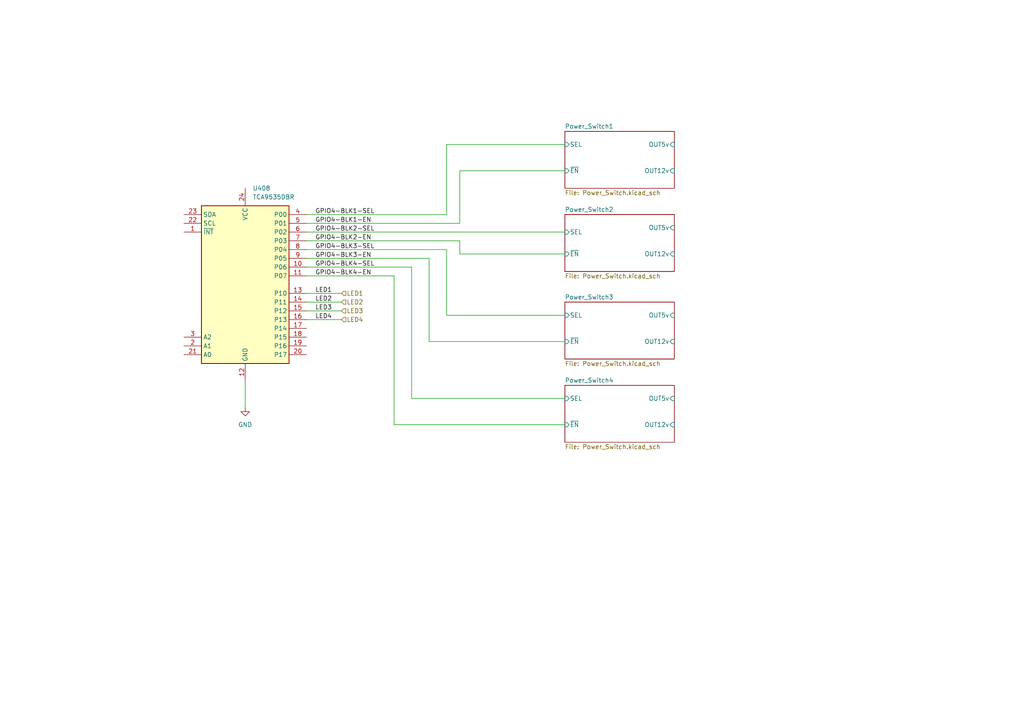
<source format=kicad_sch>
(kicad_sch (version 20250114) (generator "eeschema") (generator_version "9.0")
  (paper "A4")
  (lib_symbols
    (symbol "Interface_Expansion:TCA9535DBR"
      (property "Reference" "U" (at -11.43 24.13 0))
      (property "Value" "TCA9535DBR" (at 0 0 0))
      (symbol "TCA9535DBR_0_1"
        (rectangle (start -12.7 22.86) (end 12.7 -22.86) (stroke (width 0.254)) (fill (type background)))
      )
      (symbol "TCA9535DBR_1_1"
        (pin bidirectional line (at -17.78 20.32 0) (length 5.08) (name "SDA") (number "23"))
        (pin input line (at -17.78 17.78 0) (length 5.08) (name "SCL") (number "22"))
        (pin open_collector line (at -17.78 15.24 0) (length 5.08) (name "~{INT}") (number "1"))
        (pin input line (at -17.78 -15.24 0) (length 5.08) (name "A2") (number "3"))
        (pin input line (at -17.78 -17.78 0) (length 5.08) (name "A1") (number "2"))
        (pin input line (at -17.78 -20.32 0) (length 5.08) (name "A0") (number "21"))
        (pin power_in line (at 0 27.94 270) (length 5.08) (name "VCC") (number "24"))
        (pin power_in line (at 0 -27.94 90) (length 5.08) (name "GND") (number "12"))
        (pin bidirectional line (at 17.78 20.32 180) (length 5.08) (name "P00") (number "4"))
        (pin bidirectional line (at 17.78 17.78 180) (length 5.08) (name "P01") (number "5"))
        (pin bidirectional line (at 17.78 15.24 180) (length 5.08) (name "P02") (number "6"))
        (pin bidirectional line (at 17.78 12.7 180) (length 5.08) (name "P03") (number "7"))
        (pin bidirectional line (at 17.78 10.16 180) (length 5.08) (name "P04") (number "8"))
        (pin bidirectional line (at 17.78 7.62 180) (length 5.08) (name "P05") (number "9"))
        (pin bidirectional line (at 17.78 5.08 180) (length 5.08) (name "P06") (number "10"))
        (pin bidirectional line (at 17.78 2.54 180) (length 5.08) (name "P07") (number "11"))
        (pin bidirectional line (at 17.78 -2.54 180) (length 5.08) (name "P10") (number "13"))
        (pin bidirectional line (at 17.78 -5.08 180) (length 5.08) (name "P11") (number "14"))
        (pin bidirectional line (at 17.78 -7.62 180) (length 5.08) (name "P12") (number "15"))
        (pin bidirectional line (at 17.78 -10.16 180) (length 5.08) (name "P13") (number "16"))
        (pin bidirectional line (at 17.78 -12.7 180) (length 5.08) (name "P14") (number "17"))
        (pin bidirectional line (at 17.78 -15.24 180) (length 5.08) (name "P15") (number "18"))
        (pin bidirectional line (at 17.78 -17.78 180) (length 5.08) (name "P16") (number "19"))
        (pin bidirectional line (at 17.78 -20.32 180) (length 5.08) (name "P17") (number "20"))
      )
    )
    (symbol "power:GND" (power) (pin_numbers (hide yes)) (pin_names (offset 0) (hide yes))
      (property "Value" "GND" (at 0 -3.81 0))
      (symbol "GND_0_1"
        (polyline (pts (xy 0 0) (xy 0 -1.27) (xy 1.27 -1.27) (xy 0 -2.54) (xy -1.27 -1.27) (xy 0 -1.27)))
      )
      (symbol "GND_1_1"
        (pin power_in line (at 0 0 270) (length 0) (name "~") (number "1"))
      )
    )
  )
  (wire (pts (xy 129.54 41.91) (xy 163.83 41.91)))
  (wire (pts (xy 88.9 62.23) (xy 129.54 62.23)))
  (wire (pts (xy 129.54 72.39) (xy 129.54 91.44)))
  (wire (pts (xy 133.35 49.53) (xy 133.35 64.77)))
  (wire (pts (xy 71.12 110.49) (xy 71.12 118.11)))
  (wire (pts (xy 119.38 115.57) (xy 163.83 115.57)))
  (wire (pts (xy 88.9 90.17) (xy 99.06 90.17)))
  (wire (pts (xy 88.9 85.09) (xy 99.06 85.09)))
  (wire (pts (xy 133.35 73.66) (xy 133.35 69.85)))
  (wire (pts (xy 88.9 74.93) (xy 124.46 74.93)))
  (wire (pts (xy 88.9 67.31) (xy 163.83 67.31)))
  (wire (pts (xy 119.38 77.47) (xy 119.38 115.57)))
  (wire (pts (xy 124.46 74.93) (xy 124.46 99.06)))
  (wire (pts (xy 88.9 72.39) (xy 129.54 72.39)))
  (wire (pts (xy 133.35 73.66) (xy 163.83 73.66)))
  (wire (pts (xy 88.9 87.63) (xy 99.06 87.63)))
  (wire (pts (xy 88.9 92.71) (xy 99.06 92.71)))
  (wire (pts (xy 133.35 64.77) (xy 88.9 64.77)))
  (wire (pts (xy 88.9 80.01) (xy 114.3 80.01)))
  (wire (pts (xy 129.54 62.23) (xy 129.54 41.91)))
  (wire (pts (xy 129.54 91.44) (xy 163.83 91.44)))
  (wire (pts (xy 114.3 80.01) (xy 114.3 123.19)))
  (wire (pts (xy 163.83 49.53) (xy 133.35 49.53)))
  (wire (pts (xy 114.3 123.19) (xy 163.83 123.19)))
  (wire (pts (xy 88.9 77.47) (xy 119.38 77.47)))
  (wire (pts (xy 88.9 69.85) (xy 133.35 69.85)))
  (wire (pts (xy 124.46 99.06) (xy 163.83 99.06)))
  (label "LED1" (at 91.44 85.09 0))
  (label "GPIO4-BLK4-EN" (at 91.44 80.01 0))
  (label "LED4" (at 91.44 92.71 0))
  (label "GPIO4-BLK3-EN" (at 91.44 74.93 0))
  (label "GPIO4-BLK3-SEL" (at 91.44 72.39 0))
  (label "LED2" (at 91.44 87.63 0))
  (label "GPIO4-BLK1-SEL" (at 91.44 62.23 0))
  (label "GPIO4-BLK2-SEL" (at 91.44 67.31 0))
  (label "GPIO4-BLK2-EN" (at 91.44 69.85 0))
  (label "LED3" (at 91.44 90.17 0))
  (label "GPIO4-BLK1-EN" (at 91.44 64.77 0))
  (label "GPIO4-BLK4-SEL" (at 91.44 77.47 0))
  (hierarchical_label "LED1" (shape input) (at 99.06 85.09 0))
  (hierarchical_label "LED3" (shape input) (at 99.06 90.17 0))
  (hierarchical_label "LED4" (shape input) (at 99.06 92.71 0))
  (hierarchical_label "LED2" (shape input) (at 99.06 87.63 0))
  (symbol (lib_id "power:GND") (at 71.12 118.11 0) (unit 1)
    (property "Reference" "#PWR0529" (effects (hide yes)))
    (property "Value" "GND" (at 71.12 123.19 0))
    (property "Description" "Power symbol creates a global label with name \"GND\" , ground" (effects (hide yes)))
  )
  (symbol (lib_id "Interface_Expansion:TCA9535DBR") (at 71.12 82.55 0) (unit 1)
    (property "Reference" "U408" (at 73.2633 54.61 0) (effects (justify left)))
    (property "Value" "TCA9535DBR" (at 73.2633 57.15 0) (effects (justify left)))
    (property "Footprint" "Package_SO:SSOP-24_5.3x8.2mm_P0.65mm" (effects (hide yes)))
    (property "Datasheet" "http://www.ti.com/lit/ds/symlink/tca9535.pdf" (effects (hide yes)))
    (property "Description" "16-bit I/O expander, I2C and SMBus interface, interrupts, w/o pull-ups, SSOP-24" (effects (hide yes)))
  )
  (sheet (at 163.83 87.63) (size 31.75 16.51) (stroke (width 0.1524))
    (property "Sheetname" "Power_Switch3" (at 163.83 86.9184 0) (effects (justify left bottom)))
    (property "Sheetfile" "Power_Switch.kicad_sch" (at 163.83 104.7246 0) (effects (justify left top)))
    (pin "SEL" input (at 163.83 91.44 180))
    (pin "OUT5v" input (at 195.58 91.44 0))
    (pin "OUT12v" input (at 195.58 99.06 0))
    (pin "~{EN}" input (at 163.83 99.06 180))
  )
  (sheet (at 163.83 38.1) (size 31.75 16.51) (stroke (width 0.1524))
    (property "Sheetname" "Power_Switch1" (at 163.83 37.3884 0) (effects (justify left bottom)))
    (property "Sheetfile" "Power_Switch.kicad_sch" (at 163.83 55.1946 0) (effects (justify left top)))
    (pin "SEL" input (at 163.83 41.91 180))
    (pin "OUT5v" input (at 195.58 41.91 0))
    (pin "OUT12v" input (at 195.58 49.53 0))
    (pin "~{EN}" input (at 163.83 49.53 180))
  )
  (sheet (at 163.83 111.76) (size 31.75 16.51) (stroke (width 0.1524))
    (property "Sheetname" "Power_Switch4" (at 163.83 111.0484 0) (effects (justify left bottom)))
    (property "Sheetfile" "Power_Switch.kicad_sch" (at 163.83 128.8546 0) (effects (justify left top)))
    (pin "SEL" input (at 163.83 115.57 180))
    (pin "OUT5v" input (at 195.58 115.57 0))
    (pin "OUT12v" input (at 195.58 123.19 0))
    (pin "~{EN}" input (at 163.83 123.19 180))
  )
  (sheet (at 163.83 62.23) (size 31.75 16.51) (stroke (width 0.1524))
    (property "Sheetname" "Power_Switch2" (at 163.83 61.5184 0) (effects (justify left bottom)))
    (property "Sheetfile" "Power_Switch.kicad_sch" (at 163.83 79.3246 0) (effects (justify left top)))
    (pin "SEL" input (at 163.83 67.31 180))
    (pin "OUT5v" input (at 195.58 66.04 0))
    (pin "OUT12v" input (at 195.58 73.66 0))
    (pin "~{EN}" input (at 163.83 73.66 180))
  )
)
</source>
